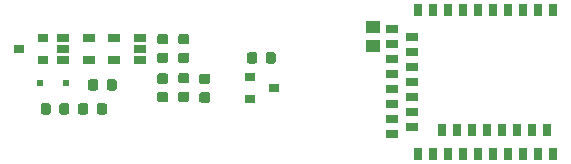
<source format=gtp>
G04 #@! TF.GenerationSoftware,KiCad,Pcbnew,(5.1.5-0-10_14)*
G04 #@! TF.CreationDate,2020-11-04T07:04:41-07:00*
G04 #@! TF.ProjectId,NumDisciplineBLE,4e756d44-6973-4636-9970-6c696e65424c,rev?*
G04 #@! TF.SameCoordinates,Original*
G04 #@! TF.FileFunction,Paste,Top*
G04 #@! TF.FilePolarity,Positive*
%FSLAX46Y46*%
G04 Gerber Fmt 4.6, Leading zero omitted, Abs format (unit mm)*
G04 Created by KiCad (PCBNEW (5.1.5-0-10_14)) date 2020-11-04 07:04:41*
%MOMM*%
%LPD*%
G04 APERTURE LIST*
%ADD10R,0.600000X0.600000*%
%ADD11C,0.100000*%
%ADD12R,1.060000X0.650000*%
%ADD13R,1.200000X1.000000*%
%ADD14R,1.000000X0.650000*%
%ADD15R,0.650000X1.000000*%
%ADD16R,0.900000X0.800000*%
G04 APERTURE END LIST*
D10*
X98595000Y-38735000D03*
X100795000Y-38735000D03*
D11*
G36*
X109243691Y-37892053D02*
G01*
X109264926Y-37895203D01*
X109285750Y-37900419D01*
X109305962Y-37907651D01*
X109325368Y-37916830D01*
X109343781Y-37927866D01*
X109361024Y-37940654D01*
X109376930Y-37955070D01*
X109391346Y-37970976D01*
X109404134Y-37988219D01*
X109415170Y-38006632D01*
X109424349Y-38026038D01*
X109431581Y-38046250D01*
X109436797Y-38067074D01*
X109439947Y-38088309D01*
X109441000Y-38109750D01*
X109441000Y-38547250D01*
X109439947Y-38568691D01*
X109436797Y-38589926D01*
X109431581Y-38610750D01*
X109424349Y-38630962D01*
X109415170Y-38650368D01*
X109404134Y-38668781D01*
X109391346Y-38686024D01*
X109376930Y-38701930D01*
X109361024Y-38716346D01*
X109343781Y-38729134D01*
X109325368Y-38740170D01*
X109305962Y-38749349D01*
X109285750Y-38756581D01*
X109264926Y-38761797D01*
X109243691Y-38764947D01*
X109222250Y-38766000D01*
X108709750Y-38766000D01*
X108688309Y-38764947D01*
X108667074Y-38761797D01*
X108646250Y-38756581D01*
X108626038Y-38749349D01*
X108606632Y-38740170D01*
X108588219Y-38729134D01*
X108570976Y-38716346D01*
X108555070Y-38701930D01*
X108540654Y-38686024D01*
X108527866Y-38668781D01*
X108516830Y-38650368D01*
X108507651Y-38630962D01*
X108500419Y-38610750D01*
X108495203Y-38589926D01*
X108492053Y-38568691D01*
X108491000Y-38547250D01*
X108491000Y-38109750D01*
X108492053Y-38088309D01*
X108495203Y-38067074D01*
X108500419Y-38046250D01*
X108507651Y-38026038D01*
X108516830Y-38006632D01*
X108527866Y-37988219D01*
X108540654Y-37970976D01*
X108555070Y-37955070D01*
X108570976Y-37940654D01*
X108588219Y-37927866D01*
X108606632Y-37916830D01*
X108626038Y-37907651D01*
X108646250Y-37900419D01*
X108667074Y-37895203D01*
X108688309Y-37892053D01*
X108709750Y-37891000D01*
X109222250Y-37891000D01*
X109243691Y-37892053D01*
G37*
G36*
X109243691Y-39467053D02*
G01*
X109264926Y-39470203D01*
X109285750Y-39475419D01*
X109305962Y-39482651D01*
X109325368Y-39491830D01*
X109343781Y-39502866D01*
X109361024Y-39515654D01*
X109376930Y-39530070D01*
X109391346Y-39545976D01*
X109404134Y-39563219D01*
X109415170Y-39581632D01*
X109424349Y-39601038D01*
X109431581Y-39621250D01*
X109436797Y-39642074D01*
X109439947Y-39663309D01*
X109441000Y-39684750D01*
X109441000Y-40122250D01*
X109439947Y-40143691D01*
X109436797Y-40164926D01*
X109431581Y-40185750D01*
X109424349Y-40205962D01*
X109415170Y-40225368D01*
X109404134Y-40243781D01*
X109391346Y-40261024D01*
X109376930Y-40276930D01*
X109361024Y-40291346D01*
X109343781Y-40304134D01*
X109325368Y-40315170D01*
X109305962Y-40324349D01*
X109285750Y-40331581D01*
X109264926Y-40336797D01*
X109243691Y-40339947D01*
X109222250Y-40341000D01*
X108709750Y-40341000D01*
X108688309Y-40339947D01*
X108667074Y-40336797D01*
X108646250Y-40331581D01*
X108626038Y-40324349D01*
X108606632Y-40315170D01*
X108588219Y-40304134D01*
X108570976Y-40291346D01*
X108555070Y-40276930D01*
X108540654Y-40261024D01*
X108527866Y-40243781D01*
X108516830Y-40225368D01*
X108507651Y-40205962D01*
X108500419Y-40185750D01*
X108495203Y-40164926D01*
X108492053Y-40143691D01*
X108491000Y-40122250D01*
X108491000Y-39684750D01*
X108492053Y-39663309D01*
X108495203Y-39642074D01*
X108500419Y-39621250D01*
X108507651Y-39601038D01*
X108516830Y-39581632D01*
X108527866Y-39563219D01*
X108540654Y-39545976D01*
X108555070Y-39530070D01*
X108570976Y-39515654D01*
X108588219Y-39502866D01*
X108606632Y-39491830D01*
X108626038Y-39482651D01*
X108646250Y-39475419D01*
X108667074Y-39470203D01*
X108688309Y-39467053D01*
X108709750Y-39466000D01*
X109222250Y-39466000D01*
X109243691Y-39467053D01*
G37*
D12*
X107018000Y-36764000D03*
X107018000Y-35814000D03*
X107018000Y-34864000D03*
X104818000Y-34864000D03*
X104818000Y-36764000D03*
D13*
X126746000Y-35560000D03*
X126746000Y-33960000D03*
D11*
G36*
X111021691Y-37866553D02*
G01*
X111042926Y-37869703D01*
X111063750Y-37874919D01*
X111083962Y-37882151D01*
X111103368Y-37891330D01*
X111121781Y-37902366D01*
X111139024Y-37915154D01*
X111154930Y-37929570D01*
X111169346Y-37945476D01*
X111182134Y-37962719D01*
X111193170Y-37981132D01*
X111202349Y-38000538D01*
X111209581Y-38020750D01*
X111214797Y-38041574D01*
X111217947Y-38062809D01*
X111219000Y-38084250D01*
X111219000Y-38521750D01*
X111217947Y-38543191D01*
X111214797Y-38564426D01*
X111209581Y-38585250D01*
X111202349Y-38605462D01*
X111193170Y-38624868D01*
X111182134Y-38643281D01*
X111169346Y-38660524D01*
X111154930Y-38676430D01*
X111139024Y-38690846D01*
X111121781Y-38703634D01*
X111103368Y-38714670D01*
X111083962Y-38723849D01*
X111063750Y-38731081D01*
X111042926Y-38736297D01*
X111021691Y-38739447D01*
X111000250Y-38740500D01*
X110487750Y-38740500D01*
X110466309Y-38739447D01*
X110445074Y-38736297D01*
X110424250Y-38731081D01*
X110404038Y-38723849D01*
X110384632Y-38714670D01*
X110366219Y-38703634D01*
X110348976Y-38690846D01*
X110333070Y-38676430D01*
X110318654Y-38660524D01*
X110305866Y-38643281D01*
X110294830Y-38624868D01*
X110285651Y-38605462D01*
X110278419Y-38585250D01*
X110273203Y-38564426D01*
X110270053Y-38543191D01*
X110269000Y-38521750D01*
X110269000Y-38084250D01*
X110270053Y-38062809D01*
X110273203Y-38041574D01*
X110278419Y-38020750D01*
X110285651Y-38000538D01*
X110294830Y-37981132D01*
X110305866Y-37962719D01*
X110318654Y-37945476D01*
X110333070Y-37929570D01*
X110348976Y-37915154D01*
X110366219Y-37902366D01*
X110384632Y-37891330D01*
X110404038Y-37882151D01*
X110424250Y-37874919D01*
X110445074Y-37869703D01*
X110466309Y-37866553D01*
X110487750Y-37865500D01*
X111000250Y-37865500D01*
X111021691Y-37866553D01*
G37*
G36*
X111021691Y-39441553D02*
G01*
X111042926Y-39444703D01*
X111063750Y-39449919D01*
X111083962Y-39457151D01*
X111103368Y-39466330D01*
X111121781Y-39477366D01*
X111139024Y-39490154D01*
X111154930Y-39504570D01*
X111169346Y-39520476D01*
X111182134Y-39537719D01*
X111193170Y-39556132D01*
X111202349Y-39575538D01*
X111209581Y-39595750D01*
X111214797Y-39616574D01*
X111217947Y-39637809D01*
X111219000Y-39659250D01*
X111219000Y-40096750D01*
X111217947Y-40118191D01*
X111214797Y-40139426D01*
X111209581Y-40160250D01*
X111202349Y-40180462D01*
X111193170Y-40199868D01*
X111182134Y-40218281D01*
X111169346Y-40235524D01*
X111154930Y-40251430D01*
X111139024Y-40265846D01*
X111121781Y-40278634D01*
X111103368Y-40289670D01*
X111083962Y-40298849D01*
X111063750Y-40306081D01*
X111042926Y-40311297D01*
X111021691Y-40314447D01*
X111000250Y-40315500D01*
X110487750Y-40315500D01*
X110466309Y-40314447D01*
X110445074Y-40311297D01*
X110424250Y-40306081D01*
X110404038Y-40298849D01*
X110384632Y-40289670D01*
X110366219Y-40278634D01*
X110348976Y-40265846D01*
X110333070Y-40251430D01*
X110318654Y-40235524D01*
X110305866Y-40218281D01*
X110294830Y-40199868D01*
X110285651Y-40180462D01*
X110278419Y-40160250D01*
X110273203Y-40139426D01*
X110270053Y-40118191D01*
X110269000Y-40096750D01*
X110269000Y-39659250D01*
X110270053Y-39637809D01*
X110273203Y-39616574D01*
X110278419Y-39595750D01*
X110285651Y-39575538D01*
X110294830Y-39556132D01*
X110305866Y-39537719D01*
X110318654Y-39520476D01*
X110333070Y-39504570D01*
X110348976Y-39490154D01*
X110366219Y-39477366D01*
X110384632Y-39466330D01*
X110404038Y-39457151D01*
X110424250Y-39449919D01*
X110445074Y-39444703D01*
X110466309Y-39441553D01*
X110487750Y-39440500D01*
X111000250Y-39440500D01*
X111021691Y-39441553D01*
G37*
G36*
X100875191Y-40420053D02*
G01*
X100896426Y-40423203D01*
X100917250Y-40428419D01*
X100937462Y-40435651D01*
X100956868Y-40444830D01*
X100975281Y-40455866D01*
X100992524Y-40468654D01*
X101008430Y-40483070D01*
X101022846Y-40498976D01*
X101035634Y-40516219D01*
X101046670Y-40534632D01*
X101055849Y-40554038D01*
X101063081Y-40574250D01*
X101068297Y-40595074D01*
X101071447Y-40616309D01*
X101072500Y-40637750D01*
X101072500Y-41150250D01*
X101071447Y-41171691D01*
X101068297Y-41192926D01*
X101063081Y-41213750D01*
X101055849Y-41233962D01*
X101046670Y-41253368D01*
X101035634Y-41271781D01*
X101022846Y-41289024D01*
X101008430Y-41304930D01*
X100992524Y-41319346D01*
X100975281Y-41332134D01*
X100956868Y-41343170D01*
X100937462Y-41352349D01*
X100917250Y-41359581D01*
X100896426Y-41364797D01*
X100875191Y-41367947D01*
X100853750Y-41369000D01*
X100416250Y-41369000D01*
X100394809Y-41367947D01*
X100373574Y-41364797D01*
X100352750Y-41359581D01*
X100332538Y-41352349D01*
X100313132Y-41343170D01*
X100294719Y-41332134D01*
X100277476Y-41319346D01*
X100261570Y-41304930D01*
X100247154Y-41289024D01*
X100234366Y-41271781D01*
X100223330Y-41253368D01*
X100214151Y-41233962D01*
X100206919Y-41213750D01*
X100201703Y-41192926D01*
X100198553Y-41171691D01*
X100197500Y-41150250D01*
X100197500Y-40637750D01*
X100198553Y-40616309D01*
X100201703Y-40595074D01*
X100206919Y-40574250D01*
X100214151Y-40554038D01*
X100223330Y-40534632D01*
X100234366Y-40516219D01*
X100247154Y-40498976D01*
X100261570Y-40483070D01*
X100277476Y-40468654D01*
X100294719Y-40455866D01*
X100313132Y-40444830D01*
X100332538Y-40435651D01*
X100352750Y-40428419D01*
X100373574Y-40423203D01*
X100394809Y-40420053D01*
X100416250Y-40419000D01*
X100853750Y-40419000D01*
X100875191Y-40420053D01*
G37*
G36*
X99300191Y-40420053D02*
G01*
X99321426Y-40423203D01*
X99342250Y-40428419D01*
X99362462Y-40435651D01*
X99381868Y-40444830D01*
X99400281Y-40455866D01*
X99417524Y-40468654D01*
X99433430Y-40483070D01*
X99447846Y-40498976D01*
X99460634Y-40516219D01*
X99471670Y-40534632D01*
X99480849Y-40554038D01*
X99488081Y-40574250D01*
X99493297Y-40595074D01*
X99496447Y-40616309D01*
X99497500Y-40637750D01*
X99497500Y-41150250D01*
X99496447Y-41171691D01*
X99493297Y-41192926D01*
X99488081Y-41213750D01*
X99480849Y-41233962D01*
X99471670Y-41253368D01*
X99460634Y-41271781D01*
X99447846Y-41289024D01*
X99433430Y-41304930D01*
X99417524Y-41319346D01*
X99400281Y-41332134D01*
X99381868Y-41343170D01*
X99362462Y-41352349D01*
X99342250Y-41359581D01*
X99321426Y-41364797D01*
X99300191Y-41367947D01*
X99278750Y-41369000D01*
X98841250Y-41369000D01*
X98819809Y-41367947D01*
X98798574Y-41364797D01*
X98777750Y-41359581D01*
X98757538Y-41352349D01*
X98738132Y-41343170D01*
X98719719Y-41332134D01*
X98702476Y-41319346D01*
X98686570Y-41304930D01*
X98672154Y-41289024D01*
X98659366Y-41271781D01*
X98648330Y-41253368D01*
X98639151Y-41233962D01*
X98631919Y-41213750D01*
X98626703Y-41192926D01*
X98623553Y-41171691D01*
X98622500Y-41150250D01*
X98622500Y-40637750D01*
X98623553Y-40616309D01*
X98626703Y-40595074D01*
X98631919Y-40574250D01*
X98639151Y-40554038D01*
X98648330Y-40534632D01*
X98659366Y-40516219D01*
X98672154Y-40498976D01*
X98686570Y-40483070D01*
X98702476Y-40468654D01*
X98719719Y-40455866D01*
X98738132Y-40444830D01*
X98757538Y-40435651D01*
X98777750Y-40428419D01*
X98798574Y-40423203D01*
X98819809Y-40420053D01*
X98841250Y-40419000D01*
X99278750Y-40419000D01*
X99300191Y-40420053D01*
G37*
D12*
X102700000Y-34864000D03*
X102700000Y-36764000D03*
X100500000Y-36764000D03*
X100500000Y-35814000D03*
X100500000Y-34864000D03*
D14*
X130108000Y-38585000D03*
X130108000Y-42395000D03*
X130108000Y-41125000D03*
X130108000Y-37315000D03*
X130108000Y-39855000D03*
X130108000Y-34775000D03*
X130108000Y-36045000D03*
D15*
X141538000Y-42649000D03*
X140268000Y-42649000D03*
X138998000Y-42649000D03*
X137728000Y-42649000D03*
X136458000Y-42649000D03*
X135188000Y-42649000D03*
X133918000Y-42649000D03*
D14*
X128397000Y-39218000D03*
X128397000Y-43028000D03*
X128397000Y-37948000D03*
X128397000Y-36678000D03*
X128397000Y-35408000D03*
X128397000Y-40488000D03*
X128397000Y-34138000D03*
X128397000Y-41758000D03*
D15*
X130616000Y-44727000D03*
X131886000Y-44727000D03*
X136966000Y-44727000D03*
X133156000Y-44727000D03*
X138236000Y-44727000D03*
X139506000Y-44727000D03*
X140776000Y-44727000D03*
X135696000Y-44727000D03*
X142046000Y-44727000D03*
X134426000Y-44727000D03*
X142046000Y-32489000D03*
X140776000Y-32489000D03*
X139506000Y-32489000D03*
X138236000Y-32489000D03*
X136966000Y-32489000D03*
X135696000Y-32489000D03*
X134426000Y-32489000D03*
X133156000Y-32489000D03*
X131886000Y-32489000D03*
X130616000Y-32489000D03*
X132648000Y-42649000D03*
D11*
G36*
X116774691Y-36102053D02*
G01*
X116795926Y-36105203D01*
X116816750Y-36110419D01*
X116836962Y-36117651D01*
X116856368Y-36126830D01*
X116874781Y-36137866D01*
X116892024Y-36150654D01*
X116907930Y-36165070D01*
X116922346Y-36180976D01*
X116935134Y-36198219D01*
X116946170Y-36216632D01*
X116955349Y-36236038D01*
X116962581Y-36256250D01*
X116967797Y-36277074D01*
X116970947Y-36298309D01*
X116972000Y-36319750D01*
X116972000Y-36832250D01*
X116970947Y-36853691D01*
X116967797Y-36874926D01*
X116962581Y-36895750D01*
X116955349Y-36915962D01*
X116946170Y-36935368D01*
X116935134Y-36953781D01*
X116922346Y-36971024D01*
X116907930Y-36986930D01*
X116892024Y-37001346D01*
X116874781Y-37014134D01*
X116856368Y-37025170D01*
X116836962Y-37034349D01*
X116816750Y-37041581D01*
X116795926Y-37046797D01*
X116774691Y-37049947D01*
X116753250Y-37051000D01*
X116315750Y-37051000D01*
X116294309Y-37049947D01*
X116273074Y-37046797D01*
X116252250Y-37041581D01*
X116232038Y-37034349D01*
X116212632Y-37025170D01*
X116194219Y-37014134D01*
X116176976Y-37001346D01*
X116161070Y-36986930D01*
X116146654Y-36971024D01*
X116133866Y-36953781D01*
X116122830Y-36935368D01*
X116113651Y-36915962D01*
X116106419Y-36895750D01*
X116101203Y-36874926D01*
X116098053Y-36853691D01*
X116097000Y-36832250D01*
X116097000Y-36319750D01*
X116098053Y-36298309D01*
X116101203Y-36277074D01*
X116106419Y-36256250D01*
X116113651Y-36236038D01*
X116122830Y-36216632D01*
X116133866Y-36198219D01*
X116146654Y-36180976D01*
X116161070Y-36165070D01*
X116176976Y-36150654D01*
X116194219Y-36137866D01*
X116212632Y-36126830D01*
X116232038Y-36117651D01*
X116252250Y-36110419D01*
X116273074Y-36105203D01*
X116294309Y-36102053D01*
X116315750Y-36101000D01*
X116753250Y-36101000D01*
X116774691Y-36102053D01*
G37*
G36*
X118349691Y-36102053D02*
G01*
X118370926Y-36105203D01*
X118391750Y-36110419D01*
X118411962Y-36117651D01*
X118431368Y-36126830D01*
X118449781Y-36137866D01*
X118467024Y-36150654D01*
X118482930Y-36165070D01*
X118497346Y-36180976D01*
X118510134Y-36198219D01*
X118521170Y-36216632D01*
X118530349Y-36236038D01*
X118537581Y-36256250D01*
X118542797Y-36277074D01*
X118545947Y-36298309D01*
X118547000Y-36319750D01*
X118547000Y-36832250D01*
X118545947Y-36853691D01*
X118542797Y-36874926D01*
X118537581Y-36895750D01*
X118530349Y-36915962D01*
X118521170Y-36935368D01*
X118510134Y-36953781D01*
X118497346Y-36971024D01*
X118482930Y-36986930D01*
X118467024Y-37001346D01*
X118449781Y-37014134D01*
X118431368Y-37025170D01*
X118411962Y-37034349D01*
X118391750Y-37041581D01*
X118370926Y-37046797D01*
X118349691Y-37049947D01*
X118328250Y-37051000D01*
X117890750Y-37051000D01*
X117869309Y-37049947D01*
X117848074Y-37046797D01*
X117827250Y-37041581D01*
X117807038Y-37034349D01*
X117787632Y-37025170D01*
X117769219Y-37014134D01*
X117751976Y-37001346D01*
X117736070Y-36986930D01*
X117721654Y-36971024D01*
X117708866Y-36953781D01*
X117697830Y-36935368D01*
X117688651Y-36915962D01*
X117681419Y-36895750D01*
X117676203Y-36874926D01*
X117673053Y-36853691D01*
X117672000Y-36832250D01*
X117672000Y-36319750D01*
X117673053Y-36298309D01*
X117676203Y-36277074D01*
X117681419Y-36256250D01*
X117688651Y-36236038D01*
X117697830Y-36216632D01*
X117708866Y-36198219D01*
X117721654Y-36180976D01*
X117736070Y-36165070D01*
X117751976Y-36150654D01*
X117769219Y-36137866D01*
X117787632Y-36126830D01*
X117807038Y-36117651D01*
X117827250Y-36110419D01*
X117848074Y-36105203D01*
X117869309Y-36102053D01*
X117890750Y-36101000D01*
X118328250Y-36101000D01*
X118349691Y-36102053D01*
G37*
G36*
X104049691Y-40420053D02*
G01*
X104070926Y-40423203D01*
X104091750Y-40428419D01*
X104111962Y-40435651D01*
X104131368Y-40444830D01*
X104149781Y-40455866D01*
X104167024Y-40468654D01*
X104182930Y-40483070D01*
X104197346Y-40498976D01*
X104210134Y-40516219D01*
X104221170Y-40534632D01*
X104230349Y-40554038D01*
X104237581Y-40574250D01*
X104242797Y-40595074D01*
X104245947Y-40616309D01*
X104247000Y-40637750D01*
X104247000Y-41150250D01*
X104245947Y-41171691D01*
X104242797Y-41192926D01*
X104237581Y-41213750D01*
X104230349Y-41233962D01*
X104221170Y-41253368D01*
X104210134Y-41271781D01*
X104197346Y-41289024D01*
X104182930Y-41304930D01*
X104167024Y-41319346D01*
X104149781Y-41332134D01*
X104131368Y-41343170D01*
X104111962Y-41352349D01*
X104091750Y-41359581D01*
X104070926Y-41364797D01*
X104049691Y-41367947D01*
X104028250Y-41369000D01*
X103590750Y-41369000D01*
X103569309Y-41367947D01*
X103548074Y-41364797D01*
X103527250Y-41359581D01*
X103507038Y-41352349D01*
X103487632Y-41343170D01*
X103469219Y-41332134D01*
X103451976Y-41319346D01*
X103436070Y-41304930D01*
X103421654Y-41289024D01*
X103408866Y-41271781D01*
X103397830Y-41253368D01*
X103388651Y-41233962D01*
X103381419Y-41213750D01*
X103376203Y-41192926D01*
X103373053Y-41171691D01*
X103372000Y-41150250D01*
X103372000Y-40637750D01*
X103373053Y-40616309D01*
X103376203Y-40595074D01*
X103381419Y-40574250D01*
X103388651Y-40554038D01*
X103397830Y-40534632D01*
X103408866Y-40516219D01*
X103421654Y-40498976D01*
X103436070Y-40483070D01*
X103451976Y-40468654D01*
X103469219Y-40455866D01*
X103487632Y-40444830D01*
X103507038Y-40435651D01*
X103527250Y-40428419D01*
X103548074Y-40423203D01*
X103569309Y-40420053D01*
X103590750Y-40419000D01*
X104028250Y-40419000D01*
X104049691Y-40420053D01*
G37*
G36*
X102474691Y-40420053D02*
G01*
X102495926Y-40423203D01*
X102516750Y-40428419D01*
X102536962Y-40435651D01*
X102556368Y-40444830D01*
X102574781Y-40455866D01*
X102592024Y-40468654D01*
X102607930Y-40483070D01*
X102622346Y-40498976D01*
X102635134Y-40516219D01*
X102646170Y-40534632D01*
X102655349Y-40554038D01*
X102662581Y-40574250D01*
X102667797Y-40595074D01*
X102670947Y-40616309D01*
X102672000Y-40637750D01*
X102672000Y-41150250D01*
X102670947Y-41171691D01*
X102667797Y-41192926D01*
X102662581Y-41213750D01*
X102655349Y-41233962D01*
X102646170Y-41253368D01*
X102635134Y-41271781D01*
X102622346Y-41289024D01*
X102607930Y-41304930D01*
X102592024Y-41319346D01*
X102574781Y-41332134D01*
X102556368Y-41343170D01*
X102536962Y-41352349D01*
X102516750Y-41359581D01*
X102495926Y-41364797D01*
X102474691Y-41367947D01*
X102453250Y-41369000D01*
X102015750Y-41369000D01*
X101994309Y-41367947D01*
X101973074Y-41364797D01*
X101952250Y-41359581D01*
X101932038Y-41352349D01*
X101912632Y-41343170D01*
X101894219Y-41332134D01*
X101876976Y-41319346D01*
X101861070Y-41304930D01*
X101846654Y-41289024D01*
X101833866Y-41271781D01*
X101822830Y-41253368D01*
X101813651Y-41233962D01*
X101806419Y-41213750D01*
X101801203Y-41192926D01*
X101798053Y-41171691D01*
X101797000Y-41150250D01*
X101797000Y-40637750D01*
X101798053Y-40616309D01*
X101801203Y-40595074D01*
X101806419Y-40574250D01*
X101813651Y-40554038D01*
X101822830Y-40534632D01*
X101833866Y-40516219D01*
X101846654Y-40498976D01*
X101861070Y-40483070D01*
X101876976Y-40468654D01*
X101894219Y-40455866D01*
X101912632Y-40444830D01*
X101932038Y-40435651D01*
X101952250Y-40428419D01*
X101973074Y-40423203D01*
X101994309Y-40420053D01*
X102015750Y-40419000D01*
X102453250Y-40419000D01*
X102474691Y-40420053D01*
G37*
D16*
X98790000Y-36764000D03*
X98790000Y-34864000D03*
X96790000Y-35814000D03*
D11*
G36*
X112799691Y-39492553D02*
G01*
X112820926Y-39495703D01*
X112841750Y-39500919D01*
X112861962Y-39508151D01*
X112881368Y-39517330D01*
X112899781Y-39528366D01*
X112917024Y-39541154D01*
X112932930Y-39555570D01*
X112947346Y-39571476D01*
X112960134Y-39588719D01*
X112971170Y-39607132D01*
X112980349Y-39626538D01*
X112987581Y-39646750D01*
X112992797Y-39667574D01*
X112995947Y-39688809D01*
X112997000Y-39710250D01*
X112997000Y-40147750D01*
X112995947Y-40169191D01*
X112992797Y-40190426D01*
X112987581Y-40211250D01*
X112980349Y-40231462D01*
X112971170Y-40250868D01*
X112960134Y-40269281D01*
X112947346Y-40286524D01*
X112932930Y-40302430D01*
X112917024Y-40316846D01*
X112899781Y-40329634D01*
X112881368Y-40340670D01*
X112861962Y-40349849D01*
X112841750Y-40357081D01*
X112820926Y-40362297D01*
X112799691Y-40365447D01*
X112778250Y-40366500D01*
X112265750Y-40366500D01*
X112244309Y-40365447D01*
X112223074Y-40362297D01*
X112202250Y-40357081D01*
X112182038Y-40349849D01*
X112162632Y-40340670D01*
X112144219Y-40329634D01*
X112126976Y-40316846D01*
X112111070Y-40302430D01*
X112096654Y-40286524D01*
X112083866Y-40269281D01*
X112072830Y-40250868D01*
X112063651Y-40231462D01*
X112056419Y-40211250D01*
X112051203Y-40190426D01*
X112048053Y-40169191D01*
X112047000Y-40147750D01*
X112047000Y-39710250D01*
X112048053Y-39688809D01*
X112051203Y-39667574D01*
X112056419Y-39646750D01*
X112063651Y-39626538D01*
X112072830Y-39607132D01*
X112083866Y-39588719D01*
X112096654Y-39571476D01*
X112111070Y-39555570D01*
X112126976Y-39541154D01*
X112144219Y-39528366D01*
X112162632Y-39517330D01*
X112182038Y-39508151D01*
X112202250Y-39500919D01*
X112223074Y-39495703D01*
X112244309Y-39492553D01*
X112265750Y-39491500D01*
X112778250Y-39491500D01*
X112799691Y-39492553D01*
G37*
G36*
X112799691Y-37917553D02*
G01*
X112820926Y-37920703D01*
X112841750Y-37925919D01*
X112861962Y-37933151D01*
X112881368Y-37942330D01*
X112899781Y-37953366D01*
X112917024Y-37966154D01*
X112932930Y-37980570D01*
X112947346Y-37996476D01*
X112960134Y-38013719D01*
X112971170Y-38032132D01*
X112980349Y-38051538D01*
X112987581Y-38071750D01*
X112992797Y-38092574D01*
X112995947Y-38113809D01*
X112997000Y-38135250D01*
X112997000Y-38572750D01*
X112995947Y-38594191D01*
X112992797Y-38615426D01*
X112987581Y-38636250D01*
X112980349Y-38656462D01*
X112971170Y-38675868D01*
X112960134Y-38694281D01*
X112947346Y-38711524D01*
X112932930Y-38727430D01*
X112917024Y-38741846D01*
X112899781Y-38754634D01*
X112881368Y-38765670D01*
X112861962Y-38774849D01*
X112841750Y-38782081D01*
X112820926Y-38787297D01*
X112799691Y-38790447D01*
X112778250Y-38791500D01*
X112265750Y-38791500D01*
X112244309Y-38790447D01*
X112223074Y-38787297D01*
X112202250Y-38782081D01*
X112182038Y-38774849D01*
X112162632Y-38765670D01*
X112144219Y-38754634D01*
X112126976Y-38741846D01*
X112111070Y-38727430D01*
X112096654Y-38711524D01*
X112083866Y-38694281D01*
X112072830Y-38675868D01*
X112063651Y-38656462D01*
X112056419Y-38636250D01*
X112051203Y-38615426D01*
X112048053Y-38594191D01*
X112047000Y-38572750D01*
X112047000Y-38135250D01*
X112048053Y-38113809D01*
X112051203Y-38092574D01*
X112056419Y-38071750D01*
X112063651Y-38051538D01*
X112072830Y-38032132D01*
X112083866Y-38013719D01*
X112096654Y-37996476D01*
X112111070Y-37980570D01*
X112126976Y-37966154D01*
X112144219Y-37953366D01*
X112162632Y-37942330D01*
X112182038Y-37933151D01*
X112202250Y-37925919D01*
X112223074Y-37920703D01*
X112244309Y-37917553D01*
X112265750Y-37916500D01*
X112778250Y-37916500D01*
X112799691Y-37917553D01*
G37*
D16*
X118348000Y-39116000D03*
X116348000Y-40066000D03*
X116348000Y-38166000D03*
D11*
G36*
X104887691Y-38388053D02*
G01*
X104908926Y-38391203D01*
X104929750Y-38396419D01*
X104949962Y-38403651D01*
X104969368Y-38412830D01*
X104987781Y-38423866D01*
X105005024Y-38436654D01*
X105020930Y-38451070D01*
X105035346Y-38466976D01*
X105048134Y-38484219D01*
X105059170Y-38502632D01*
X105068349Y-38522038D01*
X105075581Y-38542250D01*
X105080797Y-38563074D01*
X105083947Y-38584309D01*
X105085000Y-38605750D01*
X105085000Y-39118250D01*
X105083947Y-39139691D01*
X105080797Y-39160926D01*
X105075581Y-39181750D01*
X105068349Y-39201962D01*
X105059170Y-39221368D01*
X105048134Y-39239781D01*
X105035346Y-39257024D01*
X105020930Y-39272930D01*
X105005024Y-39287346D01*
X104987781Y-39300134D01*
X104969368Y-39311170D01*
X104949962Y-39320349D01*
X104929750Y-39327581D01*
X104908926Y-39332797D01*
X104887691Y-39335947D01*
X104866250Y-39337000D01*
X104428750Y-39337000D01*
X104407309Y-39335947D01*
X104386074Y-39332797D01*
X104365250Y-39327581D01*
X104345038Y-39320349D01*
X104325632Y-39311170D01*
X104307219Y-39300134D01*
X104289976Y-39287346D01*
X104274070Y-39272930D01*
X104259654Y-39257024D01*
X104246866Y-39239781D01*
X104235830Y-39221368D01*
X104226651Y-39201962D01*
X104219419Y-39181750D01*
X104214203Y-39160926D01*
X104211053Y-39139691D01*
X104210000Y-39118250D01*
X104210000Y-38605750D01*
X104211053Y-38584309D01*
X104214203Y-38563074D01*
X104219419Y-38542250D01*
X104226651Y-38522038D01*
X104235830Y-38502632D01*
X104246866Y-38484219D01*
X104259654Y-38466976D01*
X104274070Y-38451070D01*
X104289976Y-38436654D01*
X104307219Y-38423866D01*
X104325632Y-38412830D01*
X104345038Y-38403651D01*
X104365250Y-38396419D01*
X104386074Y-38391203D01*
X104407309Y-38388053D01*
X104428750Y-38387000D01*
X104866250Y-38387000D01*
X104887691Y-38388053D01*
G37*
G36*
X103312691Y-38388053D02*
G01*
X103333926Y-38391203D01*
X103354750Y-38396419D01*
X103374962Y-38403651D01*
X103394368Y-38412830D01*
X103412781Y-38423866D01*
X103430024Y-38436654D01*
X103445930Y-38451070D01*
X103460346Y-38466976D01*
X103473134Y-38484219D01*
X103484170Y-38502632D01*
X103493349Y-38522038D01*
X103500581Y-38542250D01*
X103505797Y-38563074D01*
X103508947Y-38584309D01*
X103510000Y-38605750D01*
X103510000Y-39118250D01*
X103508947Y-39139691D01*
X103505797Y-39160926D01*
X103500581Y-39181750D01*
X103493349Y-39201962D01*
X103484170Y-39221368D01*
X103473134Y-39239781D01*
X103460346Y-39257024D01*
X103445930Y-39272930D01*
X103430024Y-39287346D01*
X103412781Y-39300134D01*
X103394368Y-39311170D01*
X103374962Y-39320349D01*
X103354750Y-39327581D01*
X103333926Y-39332797D01*
X103312691Y-39335947D01*
X103291250Y-39337000D01*
X102853750Y-39337000D01*
X102832309Y-39335947D01*
X102811074Y-39332797D01*
X102790250Y-39327581D01*
X102770038Y-39320349D01*
X102750632Y-39311170D01*
X102732219Y-39300134D01*
X102714976Y-39287346D01*
X102699070Y-39272930D01*
X102684654Y-39257024D01*
X102671866Y-39239781D01*
X102660830Y-39221368D01*
X102651651Y-39201962D01*
X102644419Y-39181750D01*
X102639203Y-39160926D01*
X102636053Y-39139691D01*
X102635000Y-39118250D01*
X102635000Y-38605750D01*
X102636053Y-38584309D01*
X102639203Y-38563074D01*
X102644419Y-38542250D01*
X102651651Y-38522038D01*
X102660830Y-38502632D01*
X102671866Y-38484219D01*
X102684654Y-38466976D01*
X102699070Y-38451070D01*
X102714976Y-38436654D01*
X102732219Y-38423866D01*
X102750632Y-38412830D01*
X102770038Y-38403651D01*
X102790250Y-38396419D01*
X102811074Y-38391203D01*
X102832309Y-38388053D01*
X102853750Y-38387000D01*
X103291250Y-38387000D01*
X103312691Y-38388053D01*
G37*
G36*
X109243691Y-34564553D02*
G01*
X109264926Y-34567703D01*
X109285750Y-34572919D01*
X109305962Y-34580151D01*
X109325368Y-34589330D01*
X109343781Y-34600366D01*
X109361024Y-34613154D01*
X109376930Y-34627570D01*
X109391346Y-34643476D01*
X109404134Y-34660719D01*
X109415170Y-34679132D01*
X109424349Y-34698538D01*
X109431581Y-34718750D01*
X109436797Y-34739574D01*
X109439947Y-34760809D01*
X109441000Y-34782250D01*
X109441000Y-35219750D01*
X109439947Y-35241191D01*
X109436797Y-35262426D01*
X109431581Y-35283250D01*
X109424349Y-35303462D01*
X109415170Y-35322868D01*
X109404134Y-35341281D01*
X109391346Y-35358524D01*
X109376930Y-35374430D01*
X109361024Y-35388846D01*
X109343781Y-35401634D01*
X109325368Y-35412670D01*
X109305962Y-35421849D01*
X109285750Y-35429081D01*
X109264926Y-35434297D01*
X109243691Y-35437447D01*
X109222250Y-35438500D01*
X108709750Y-35438500D01*
X108688309Y-35437447D01*
X108667074Y-35434297D01*
X108646250Y-35429081D01*
X108626038Y-35421849D01*
X108606632Y-35412670D01*
X108588219Y-35401634D01*
X108570976Y-35388846D01*
X108555070Y-35374430D01*
X108540654Y-35358524D01*
X108527866Y-35341281D01*
X108516830Y-35322868D01*
X108507651Y-35303462D01*
X108500419Y-35283250D01*
X108495203Y-35262426D01*
X108492053Y-35241191D01*
X108491000Y-35219750D01*
X108491000Y-34782250D01*
X108492053Y-34760809D01*
X108495203Y-34739574D01*
X108500419Y-34718750D01*
X108507651Y-34698538D01*
X108516830Y-34679132D01*
X108527866Y-34660719D01*
X108540654Y-34643476D01*
X108555070Y-34627570D01*
X108570976Y-34613154D01*
X108588219Y-34600366D01*
X108606632Y-34589330D01*
X108626038Y-34580151D01*
X108646250Y-34572919D01*
X108667074Y-34567703D01*
X108688309Y-34564553D01*
X108709750Y-34563500D01*
X109222250Y-34563500D01*
X109243691Y-34564553D01*
G37*
G36*
X109243691Y-36139553D02*
G01*
X109264926Y-36142703D01*
X109285750Y-36147919D01*
X109305962Y-36155151D01*
X109325368Y-36164330D01*
X109343781Y-36175366D01*
X109361024Y-36188154D01*
X109376930Y-36202570D01*
X109391346Y-36218476D01*
X109404134Y-36235719D01*
X109415170Y-36254132D01*
X109424349Y-36273538D01*
X109431581Y-36293750D01*
X109436797Y-36314574D01*
X109439947Y-36335809D01*
X109441000Y-36357250D01*
X109441000Y-36794750D01*
X109439947Y-36816191D01*
X109436797Y-36837426D01*
X109431581Y-36858250D01*
X109424349Y-36878462D01*
X109415170Y-36897868D01*
X109404134Y-36916281D01*
X109391346Y-36933524D01*
X109376930Y-36949430D01*
X109361024Y-36963846D01*
X109343781Y-36976634D01*
X109325368Y-36987670D01*
X109305962Y-36996849D01*
X109285750Y-37004081D01*
X109264926Y-37009297D01*
X109243691Y-37012447D01*
X109222250Y-37013500D01*
X108709750Y-37013500D01*
X108688309Y-37012447D01*
X108667074Y-37009297D01*
X108646250Y-37004081D01*
X108626038Y-36996849D01*
X108606632Y-36987670D01*
X108588219Y-36976634D01*
X108570976Y-36963846D01*
X108555070Y-36949430D01*
X108540654Y-36933524D01*
X108527866Y-36916281D01*
X108516830Y-36897868D01*
X108507651Y-36878462D01*
X108500419Y-36858250D01*
X108495203Y-36837426D01*
X108492053Y-36816191D01*
X108491000Y-36794750D01*
X108491000Y-36357250D01*
X108492053Y-36335809D01*
X108495203Y-36314574D01*
X108500419Y-36293750D01*
X108507651Y-36273538D01*
X108516830Y-36254132D01*
X108527866Y-36235719D01*
X108540654Y-36218476D01*
X108555070Y-36202570D01*
X108570976Y-36188154D01*
X108588219Y-36175366D01*
X108606632Y-36164330D01*
X108626038Y-36155151D01*
X108646250Y-36147919D01*
X108667074Y-36142703D01*
X108688309Y-36139553D01*
X108709750Y-36138500D01*
X109222250Y-36138500D01*
X109243691Y-36139553D01*
G37*
G36*
X111021691Y-34564553D02*
G01*
X111042926Y-34567703D01*
X111063750Y-34572919D01*
X111083962Y-34580151D01*
X111103368Y-34589330D01*
X111121781Y-34600366D01*
X111139024Y-34613154D01*
X111154930Y-34627570D01*
X111169346Y-34643476D01*
X111182134Y-34660719D01*
X111193170Y-34679132D01*
X111202349Y-34698538D01*
X111209581Y-34718750D01*
X111214797Y-34739574D01*
X111217947Y-34760809D01*
X111219000Y-34782250D01*
X111219000Y-35219750D01*
X111217947Y-35241191D01*
X111214797Y-35262426D01*
X111209581Y-35283250D01*
X111202349Y-35303462D01*
X111193170Y-35322868D01*
X111182134Y-35341281D01*
X111169346Y-35358524D01*
X111154930Y-35374430D01*
X111139024Y-35388846D01*
X111121781Y-35401634D01*
X111103368Y-35412670D01*
X111083962Y-35421849D01*
X111063750Y-35429081D01*
X111042926Y-35434297D01*
X111021691Y-35437447D01*
X111000250Y-35438500D01*
X110487750Y-35438500D01*
X110466309Y-35437447D01*
X110445074Y-35434297D01*
X110424250Y-35429081D01*
X110404038Y-35421849D01*
X110384632Y-35412670D01*
X110366219Y-35401634D01*
X110348976Y-35388846D01*
X110333070Y-35374430D01*
X110318654Y-35358524D01*
X110305866Y-35341281D01*
X110294830Y-35322868D01*
X110285651Y-35303462D01*
X110278419Y-35283250D01*
X110273203Y-35262426D01*
X110270053Y-35241191D01*
X110269000Y-35219750D01*
X110269000Y-34782250D01*
X110270053Y-34760809D01*
X110273203Y-34739574D01*
X110278419Y-34718750D01*
X110285651Y-34698538D01*
X110294830Y-34679132D01*
X110305866Y-34660719D01*
X110318654Y-34643476D01*
X110333070Y-34627570D01*
X110348976Y-34613154D01*
X110366219Y-34600366D01*
X110384632Y-34589330D01*
X110404038Y-34580151D01*
X110424250Y-34572919D01*
X110445074Y-34567703D01*
X110466309Y-34564553D01*
X110487750Y-34563500D01*
X111000250Y-34563500D01*
X111021691Y-34564553D01*
G37*
G36*
X111021691Y-36139553D02*
G01*
X111042926Y-36142703D01*
X111063750Y-36147919D01*
X111083962Y-36155151D01*
X111103368Y-36164330D01*
X111121781Y-36175366D01*
X111139024Y-36188154D01*
X111154930Y-36202570D01*
X111169346Y-36218476D01*
X111182134Y-36235719D01*
X111193170Y-36254132D01*
X111202349Y-36273538D01*
X111209581Y-36293750D01*
X111214797Y-36314574D01*
X111217947Y-36335809D01*
X111219000Y-36357250D01*
X111219000Y-36794750D01*
X111217947Y-36816191D01*
X111214797Y-36837426D01*
X111209581Y-36858250D01*
X111202349Y-36878462D01*
X111193170Y-36897868D01*
X111182134Y-36916281D01*
X111169346Y-36933524D01*
X111154930Y-36949430D01*
X111139024Y-36963846D01*
X111121781Y-36976634D01*
X111103368Y-36987670D01*
X111083962Y-36996849D01*
X111063750Y-37004081D01*
X111042926Y-37009297D01*
X111021691Y-37012447D01*
X111000250Y-37013500D01*
X110487750Y-37013500D01*
X110466309Y-37012447D01*
X110445074Y-37009297D01*
X110424250Y-37004081D01*
X110404038Y-36996849D01*
X110384632Y-36987670D01*
X110366219Y-36976634D01*
X110348976Y-36963846D01*
X110333070Y-36949430D01*
X110318654Y-36933524D01*
X110305866Y-36916281D01*
X110294830Y-36897868D01*
X110285651Y-36878462D01*
X110278419Y-36858250D01*
X110273203Y-36837426D01*
X110270053Y-36816191D01*
X110269000Y-36794750D01*
X110269000Y-36357250D01*
X110270053Y-36335809D01*
X110273203Y-36314574D01*
X110278419Y-36293750D01*
X110285651Y-36273538D01*
X110294830Y-36254132D01*
X110305866Y-36235719D01*
X110318654Y-36218476D01*
X110333070Y-36202570D01*
X110348976Y-36188154D01*
X110366219Y-36175366D01*
X110384632Y-36164330D01*
X110404038Y-36155151D01*
X110424250Y-36147919D01*
X110445074Y-36142703D01*
X110466309Y-36139553D01*
X110487750Y-36138500D01*
X111000250Y-36138500D01*
X111021691Y-36139553D01*
G37*
M02*

</source>
